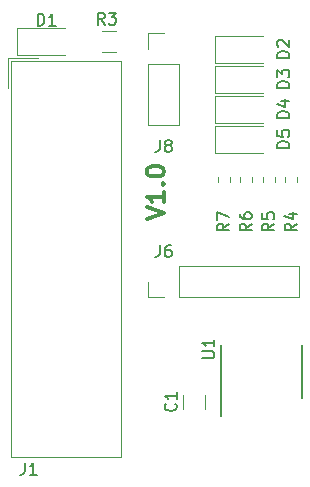
<source format=gto>
G04 #@! TF.GenerationSoftware,KiCad,Pcbnew,(5.0.0)*
G04 #@! TF.CreationDate,2018-08-08T21:20:56+01:00*
G04 #@! TF.ProjectId,armm0,61726D6D302E6B696361645F70636200,rev?*
G04 #@! TF.SameCoordinates,Original*
G04 #@! TF.FileFunction,Legend,Top*
G04 #@! TF.FilePolarity,Positive*
%FSLAX46Y46*%
G04 Gerber Fmt 4.6, Leading zero omitted, Abs format (unit mm)*
G04 Created by KiCad (PCBNEW (5.0.0)) date 08/08/18 21:20:56*
%MOMM*%
%LPD*%
G01*
G04 APERTURE LIST*
%ADD10C,0.300000*%
%ADD11C,0.120000*%
%ADD12C,0.150000*%
%ADD13R,1.727200X1.727200*%
%ADD14O,1.727200X1.727200*%
%ADD15C,0.100000*%
%ADD16C,0.950000*%
%ADD17R,1.700000X1.700000*%
%ADD18O,1.700000X1.700000*%
%ADD19C,1.425000*%
%ADD20R,0.450000X1.450000*%
G04 APERTURE END LIST*
D10*
X86808571Y-54355714D02*
X88308571Y-53855714D01*
X86808571Y-53355714D01*
X88308571Y-52070000D02*
X88308571Y-52927142D01*
X88308571Y-52498571D02*
X86808571Y-52498571D01*
X87022857Y-52641428D01*
X87165714Y-52784285D01*
X87237142Y-52927142D01*
X88165714Y-51427142D02*
X88237142Y-51355714D01*
X88308571Y-51427142D01*
X88237142Y-51498571D01*
X88165714Y-51427142D01*
X88308571Y-51427142D01*
X86808571Y-50427142D02*
X86808571Y-50284285D01*
X86880000Y-50141428D01*
X86951428Y-50070000D01*
X87094285Y-49998571D01*
X87380000Y-49927142D01*
X87737142Y-49927142D01*
X88022857Y-49998571D01*
X88165714Y-50070000D01*
X88237142Y-50141428D01*
X88308571Y-50284285D01*
X88308571Y-50427142D01*
X88237142Y-50570000D01*
X88165714Y-50641428D01*
X88022857Y-50712857D01*
X87737142Y-50784285D01*
X87380000Y-50784285D01*
X87094285Y-50712857D01*
X86951428Y-50641428D01*
X86880000Y-50570000D01*
X86808571Y-50427142D01*
D11*
G04 #@! TO.C,J1*
X84685000Y-41005000D02*
X84685000Y-74565000D01*
X84685000Y-74565000D02*
X75335000Y-74565000D01*
X75335000Y-74565000D02*
X75335000Y-41005000D01*
X75335000Y-41005000D02*
X84685000Y-41005000D01*
X75085000Y-40755000D02*
X75085000Y-43295000D01*
X75085000Y-40755000D02*
X77625000Y-40755000D01*
G04 #@! TO.C,R6*
X95760000Y-51211267D02*
X95760000Y-50868733D01*
X94740000Y-51211267D02*
X94740000Y-50868733D01*
G04 #@! TO.C,R5*
X96645000Y-51211267D02*
X96645000Y-50868733D01*
X97665000Y-51211267D02*
X97665000Y-50868733D01*
G04 #@! TO.C,R4*
X99570000Y-51211267D02*
X99570000Y-50868733D01*
X98550000Y-51211267D02*
X98550000Y-50868733D01*
G04 #@! TO.C,R7*
X92835000Y-51211267D02*
X92835000Y-50868733D01*
X93855000Y-51211267D02*
X93855000Y-50868733D01*
G04 #@! TO.C,J8*
X86935000Y-46415000D02*
X89595000Y-46415000D01*
X86935000Y-41275000D02*
X86935000Y-46415000D01*
X89595000Y-41275000D02*
X89595000Y-46415000D01*
X86935000Y-41275000D02*
X89595000Y-41275000D01*
X86935000Y-40005000D02*
X86935000Y-38675000D01*
X86935000Y-38675000D02*
X88265000Y-38675000D01*
G04 #@! TO.C,D2*
X96632500Y-38870000D02*
X92572500Y-38870000D01*
X92572500Y-38870000D02*
X92572500Y-41140000D01*
X92572500Y-41140000D02*
X96632500Y-41140000D01*
G04 #@! TO.C,D1*
X75862500Y-40505000D02*
X79922500Y-40505000D01*
X75862500Y-38235000D02*
X75862500Y-40505000D01*
X79922500Y-38235000D02*
X75862500Y-38235000D01*
G04 #@! TO.C,D3*
X96632500Y-41410000D02*
X92572500Y-41410000D01*
X92572500Y-41410000D02*
X92572500Y-43680000D01*
X92572500Y-43680000D02*
X96632500Y-43680000D01*
G04 #@! TO.C,D5*
X96632500Y-46490000D02*
X92572500Y-46490000D01*
X92572500Y-46490000D02*
X92572500Y-48760000D01*
X92572500Y-48760000D02*
X96632500Y-48760000D01*
G04 #@! TO.C,D4*
X96632500Y-43950000D02*
X92572500Y-43950000D01*
X92572500Y-43950000D02*
X92572500Y-46220000D01*
X92572500Y-46220000D02*
X96632500Y-46220000D01*
G04 #@! TO.C,R3*
X84204564Y-38460000D02*
X83000436Y-38460000D01*
X84204564Y-40280000D02*
X83000436Y-40280000D01*
G04 #@! TO.C,J6*
X99755000Y-61020000D02*
X99755000Y-58360000D01*
X89535000Y-61020000D02*
X99755000Y-61020000D01*
X89535000Y-58360000D02*
X99755000Y-58360000D01*
X89535000Y-61020000D02*
X89535000Y-58360000D01*
X88265000Y-61020000D02*
X86935000Y-61020000D01*
X86935000Y-61020000D02*
X86935000Y-59690000D01*
G04 #@! TO.C,C1*
X89895000Y-69247936D02*
X89895000Y-70452064D01*
X91715000Y-69247936D02*
X91715000Y-70452064D01*
D12*
G04 #@! TO.C,U1*
X93070000Y-71060000D02*
X93070000Y-65085000D01*
X99970000Y-69535000D02*
X99970000Y-65085000D01*
G04 #@! TO.C,J1*
X76501666Y-75017380D02*
X76501666Y-75731666D01*
X76454047Y-75874523D01*
X76358809Y-75969761D01*
X76215952Y-76017380D01*
X76120714Y-76017380D01*
X77501666Y-76017380D02*
X76930238Y-76017380D01*
X77215952Y-76017380D02*
X77215952Y-75017380D01*
X77120714Y-75160238D01*
X77025476Y-75255476D01*
X76930238Y-75303095D01*
G04 #@! TO.C,R6*
X95702380Y-54776666D02*
X95226190Y-55110000D01*
X95702380Y-55348095D02*
X94702380Y-55348095D01*
X94702380Y-54967142D01*
X94750000Y-54871904D01*
X94797619Y-54824285D01*
X94892857Y-54776666D01*
X95035714Y-54776666D01*
X95130952Y-54824285D01*
X95178571Y-54871904D01*
X95226190Y-54967142D01*
X95226190Y-55348095D01*
X94702380Y-53919523D02*
X94702380Y-54110000D01*
X94750000Y-54205238D01*
X94797619Y-54252857D01*
X94940476Y-54348095D01*
X95130952Y-54395714D01*
X95511904Y-54395714D01*
X95607142Y-54348095D01*
X95654761Y-54300476D01*
X95702380Y-54205238D01*
X95702380Y-54014761D01*
X95654761Y-53919523D01*
X95607142Y-53871904D01*
X95511904Y-53824285D01*
X95273809Y-53824285D01*
X95178571Y-53871904D01*
X95130952Y-53919523D01*
X95083333Y-54014761D01*
X95083333Y-54205238D01*
X95130952Y-54300476D01*
X95178571Y-54348095D01*
X95273809Y-54395714D01*
G04 #@! TO.C,R5*
X97607380Y-54776666D02*
X97131190Y-55110000D01*
X97607380Y-55348095D02*
X96607380Y-55348095D01*
X96607380Y-54967142D01*
X96655000Y-54871904D01*
X96702619Y-54824285D01*
X96797857Y-54776666D01*
X96940714Y-54776666D01*
X97035952Y-54824285D01*
X97083571Y-54871904D01*
X97131190Y-54967142D01*
X97131190Y-55348095D01*
X96607380Y-53871904D02*
X96607380Y-54348095D01*
X97083571Y-54395714D01*
X97035952Y-54348095D01*
X96988333Y-54252857D01*
X96988333Y-54014761D01*
X97035952Y-53919523D01*
X97083571Y-53871904D01*
X97178809Y-53824285D01*
X97416904Y-53824285D01*
X97512142Y-53871904D01*
X97559761Y-53919523D01*
X97607380Y-54014761D01*
X97607380Y-54252857D01*
X97559761Y-54348095D01*
X97512142Y-54395714D01*
G04 #@! TO.C,R4*
X99512380Y-54776666D02*
X99036190Y-55110000D01*
X99512380Y-55348095D02*
X98512380Y-55348095D01*
X98512380Y-54967142D01*
X98560000Y-54871904D01*
X98607619Y-54824285D01*
X98702857Y-54776666D01*
X98845714Y-54776666D01*
X98940952Y-54824285D01*
X98988571Y-54871904D01*
X99036190Y-54967142D01*
X99036190Y-55348095D01*
X98845714Y-53919523D02*
X99512380Y-53919523D01*
X98464761Y-54157619D02*
X99179047Y-54395714D01*
X99179047Y-53776666D01*
G04 #@! TO.C,R7*
X93797380Y-54776666D02*
X93321190Y-55110000D01*
X93797380Y-55348095D02*
X92797380Y-55348095D01*
X92797380Y-54967142D01*
X92845000Y-54871904D01*
X92892619Y-54824285D01*
X92987857Y-54776666D01*
X93130714Y-54776666D01*
X93225952Y-54824285D01*
X93273571Y-54871904D01*
X93321190Y-54967142D01*
X93321190Y-55348095D01*
X92797380Y-54443333D02*
X92797380Y-53776666D01*
X93797380Y-54205238D01*
G04 #@! TO.C,J8*
X87931666Y-47712380D02*
X87931666Y-48426666D01*
X87884047Y-48569523D01*
X87788809Y-48664761D01*
X87645952Y-48712380D01*
X87550714Y-48712380D01*
X88550714Y-48140952D02*
X88455476Y-48093333D01*
X88407857Y-48045714D01*
X88360238Y-47950476D01*
X88360238Y-47902857D01*
X88407857Y-47807619D01*
X88455476Y-47760000D01*
X88550714Y-47712380D01*
X88741190Y-47712380D01*
X88836428Y-47760000D01*
X88884047Y-47807619D01*
X88931666Y-47902857D01*
X88931666Y-47950476D01*
X88884047Y-48045714D01*
X88836428Y-48093333D01*
X88741190Y-48140952D01*
X88550714Y-48140952D01*
X88455476Y-48188571D01*
X88407857Y-48236190D01*
X88360238Y-48331428D01*
X88360238Y-48521904D01*
X88407857Y-48617142D01*
X88455476Y-48664761D01*
X88550714Y-48712380D01*
X88741190Y-48712380D01*
X88836428Y-48664761D01*
X88884047Y-48617142D01*
X88931666Y-48521904D01*
X88931666Y-48331428D01*
X88884047Y-48236190D01*
X88836428Y-48188571D01*
X88741190Y-48140952D01*
G04 #@! TO.C,D2*
X98877380Y-40743095D02*
X97877380Y-40743095D01*
X97877380Y-40505000D01*
X97925000Y-40362142D01*
X98020238Y-40266904D01*
X98115476Y-40219285D01*
X98305952Y-40171666D01*
X98448809Y-40171666D01*
X98639285Y-40219285D01*
X98734523Y-40266904D01*
X98829761Y-40362142D01*
X98877380Y-40505000D01*
X98877380Y-40743095D01*
X97972619Y-39790714D02*
X97925000Y-39743095D01*
X97877380Y-39647857D01*
X97877380Y-39409761D01*
X97925000Y-39314523D01*
X97972619Y-39266904D01*
X98067857Y-39219285D01*
X98163095Y-39219285D01*
X98305952Y-39266904D01*
X98877380Y-39838333D01*
X98877380Y-39219285D01*
G04 #@! TO.C,D1*
X77584404Y-38002380D02*
X77584404Y-37002380D01*
X77822500Y-37002380D01*
X77965357Y-37050000D01*
X78060595Y-37145238D01*
X78108214Y-37240476D01*
X78155833Y-37430952D01*
X78155833Y-37573809D01*
X78108214Y-37764285D01*
X78060595Y-37859523D01*
X77965357Y-37954761D01*
X77822500Y-38002380D01*
X77584404Y-38002380D01*
X79108214Y-38002380D02*
X78536785Y-38002380D01*
X78822500Y-38002380D02*
X78822500Y-37002380D01*
X78727261Y-37145238D01*
X78632023Y-37240476D01*
X78536785Y-37288095D01*
G04 #@! TO.C,D3*
X98877380Y-43283095D02*
X97877380Y-43283095D01*
X97877380Y-43045000D01*
X97925000Y-42902142D01*
X98020238Y-42806904D01*
X98115476Y-42759285D01*
X98305952Y-42711666D01*
X98448809Y-42711666D01*
X98639285Y-42759285D01*
X98734523Y-42806904D01*
X98829761Y-42902142D01*
X98877380Y-43045000D01*
X98877380Y-43283095D01*
X97877380Y-42378333D02*
X97877380Y-41759285D01*
X98258333Y-42092619D01*
X98258333Y-41949761D01*
X98305952Y-41854523D01*
X98353571Y-41806904D01*
X98448809Y-41759285D01*
X98686904Y-41759285D01*
X98782142Y-41806904D01*
X98829761Y-41854523D01*
X98877380Y-41949761D01*
X98877380Y-42235476D01*
X98829761Y-42330714D01*
X98782142Y-42378333D01*
G04 #@! TO.C,D5*
X98877380Y-48363095D02*
X97877380Y-48363095D01*
X97877380Y-48125000D01*
X97925000Y-47982142D01*
X98020238Y-47886904D01*
X98115476Y-47839285D01*
X98305952Y-47791666D01*
X98448809Y-47791666D01*
X98639285Y-47839285D01*
X98734523Y-47886904D01*
X98829761Y-47982142D01*
X98877380Y-48125000D01*
X98877380Y-48363095D01*
X97877380Y-46886904D02*
X97877380Y-47363095D01*
X98353571Y-47410714D01*
X98305952Y-47363095D01*
X98258333Y-47267857D01*
X98258333Y-47029761D01*
X98305952Y-46934523D01*
X98353571Y-46886904D01*
X98448809Y-46839285D01*
X98686904Y-46839285D01*
X98782142Y-46886904D01*
X98829761Y-46934523D01*
X98877380Y-47029761D01*
X98877380Y-47267857D01*
X98829761Y-47363095D01*
X98782142Y-47410714D01*
G04 #@! TO.C,D4*
X98877380Y-45823095D02*
X97877380Y-45823095D01*
X97877380Y-45585000D01*
X97925000Y-45442142D01*
X98020238Y-45346904D01*
X98115476Y-45299285D01*
X98305952Y-45251666D01*
X98448809Y-45251666D01*
X98639285Y-45299285D01*
X98734523Y-45346904D01*
X98829761Y-45442142D01*
X98877380Y-45585000D01*
X98877380Y-45823095D01*
X98210714Y-44394523D02*
X98877380Y-44394523D01*
X97829761Y-44632619D02*
X98544047Y-44870714D01*
X98544047Y-44251666D01*
G04 #@! TO.C,R3*
X83255834Y-37917380D02*
X82922501Y-37441190D01*
X82684405Y-37917380D02*
X82684405Y-36917380D01*
X83065358Y-36917380D01*
X83160596Y-36965000D01*
X83208215Y-37012619D01*
X83255834Y-37107857D01*
X83255834Y-37250714D01*
X83208215Y-37345952D01*
X83160596Y-37393571D01*
X83065358Y-37441190D01*
X82684405Y-37441190D01*
X83589167Y-36917380D02*
X84208215Y-36917380D01*
X83874881Y-37298333D01*
X84017739Y-37298333D01*
X84112977Y-37345952D01*
X84160596Y-37393571D01*
X84208215Y-37488809D01*
X84208215Y-37726904D01*
X84160596Y-37822142D01*
X84112977Y-37869761D01*
X84017739Y-37917380D01*
X83732024Y-37917380D01*
X83636786Y-37869761D01*
X83589167Y-37822142D01*
G04 #@! TO.C,J6*
X87931666Y-56602380D02*
X87931666Y-57316666D01*
X87884047Y-57459523D01*
X87788809Y-57554761D01*
X87645952Y-57602380D01*
X87550714Y-57602380D01*
X88836428Y-56602380D02*
X88645952Y-56602380D01*
X88550714Y-56650000D01*
X88503095Y-56697619D01*
X88407857Y-56840476D01*
X88360238Y-57030952D01*
X88360238Y-57411904D01*
X88407857Y-57507142D01*
X88455476Y-57554761D01*
X88550714Y-57602380D01*
X88741190Y-57602380D01*
X88836428Y-57554761D01*
X88884047Y-57507142D01*
X88931666Y-57411904D01*
X88931666Y-57173809D01*
X88884047Y-57078571D01*
X88836428Y-57030952D01*
X88741190Y-56983333D01*
X88550714Y-56983333D01*
X88455476Y-57030952D01*
X88407857Y-57078571D01*
X88360238Y-57173809D01*
G04 #@! TO.C,C1*
X89257142Y-70016666D02*
X89304761Y-70064285D01*
X89352380Y-70207142D01*
X89352380Y-70302380D01*
X89304761Y-70445238D01*
X89209523Y-70540476D01*
X89114285Y-70588095D01*
X88923809Y-70635714D01*
X88780952Y-70635714D01*
X88590476Y-70588095D01*
X88495238Y-70540476D01*
X88400000Y-70445238D01*
X88352380Y-70302380D01*
X88352380Y-70207142D01*
X88400000Y-70064285D01*
X88447619Y-70016666D01*
X89352380Y-69064285D02*
X89352380Y-69635714D01*
X89352380Y-69350000D02*
X88352380Y-69350000D01*
X88495238Y-69445238D01*
X88590476Y-69540476D01*
X88638095Y-69635714D01*
G04 #@! TO.C,U1*
X91527380Y-66166904D02*
X92336904Y-66166904D01*
X92432142Y-66119285D01*
X92479761Y-66071666D01*
X92527380Y-65976428D01*
X92527380Y-65785952D01*
X92479761Y-65690714D01*
X92432142Y-65643095D01*
X92336904Y-65595476D01*
X91527380Y-65595476D01*
X92527380Y-64595476D02*
X92527380Y-65166904D01*
X92527380Y-64881190D02*
X91527380Y-64881190D01*
X91670238Y-64976428D01*
X91765476Y-65071666D01*
X91813095Y-65166904D01*
G04 #@! TD*
%LPC*%
D13*
G04 #@! TO.C,J1*
X78740000Y-46355000D03*
D14*
X81280000Y-46355000D03*
X78740000Y-48895000D03*
X81280000Y-48895000D03*
X78740000Y-51435000D03*
X81280000Y-51435000D03*
X78740000Y-53975000D03*
X81280000Y-53975000D03*
X78740000Y-56515000D03*
X81280000Y-56515000D03*
X78740000Y-59055000D03*
X81280000Y-59055000D03*
X78740000Y-61595000D03*
X81280000Y-61595000D03*
X78740000Y-64135000D03*
X81280000Y-64135000D03*
X78740000Y-66675000D03*
X81280000Y-66675000D03*
X78740000Y-69215000D03*
X81280000Y-69215000D03*
G04 #@! TD*
D15*
G04 #@! TO.C,R6*
G36*
X95510779Y-49641144D02*
X95533834Y-49644563D01*
X95556443Y-49650227D01*
X95578387Y-49658079D01*
X95599457Y-49668044D01*
X95619448Y-49680026D01*
X95638168Y-49693910D01*
X95655438Y-49709562D01*
X95671090Y-49726832D01*
X95684974Y-49745552D01*
X95696956Y-49765543D01*
X95706921Y-49786613D01*
X95714773Y-49808557D01*
X95720437Y-49831166D01*
X95723856Y-49854221D01*
X95725000Y-49877500D01*
X95725000Y-50452500D01*
X95723856Y-50475779D01*
X95720437Y-50498834D01*
X95714773Y-50521443D01*
X95706921Y-50543387D01*
X95696956Y-50564457D01*
X95684974Y-50584448D01*
X95671090Y-50603168D01*
X95655438Y-50620438D01*
X95638168Y-50636090D01*
X95619448Y-50649974D01*
X95599457Y-50661956D01*
X95578387Y-50671921D01*
X95556443Y-50679773D01*
X95533834Y-50685437D01*
X95510779Y-50688856D01*
X95487500Y-50690000D01*
X95012500Y-50690000D01*
X94989221Y-50688856D01*
X94966166Y-50685437D01*
X94943557Y-50679773D01*
X94921613Y-50671921D01*
X94900543Y-50661956D01*
X94880552Y-50649974D01*
X94861832Y-50636090D01*
X94844562Y-50620438D01*
X94828910Y-50603168D01*
X94815026Y-50584448D01*
X94803044Y-50564457D01*
X94793079Y-50543387D01*
X94785227Y-50521443D01*
X94779563Y-50498834D01*
X94776144Y-50475779D01*
X94775000Y-50452500D01*
X94775000Y-49877500D01*
X94776144Y-49854221D01*
X94779563Y-49831166D01*
X94785227Y-49808557D01*
X94793079Y-49786613D01*
X94803044Y-49765543D01*
X94815026Y-49745552D01*
X94828910Y-49726832D01*
X94844562Y-49709562D01*
X94861832Y-49693910D01*
X94880552Y-49680026D01*
X94900543Y-49668044D01*
X94921613Y-49658079D01*
X94943557Y-49650227D01*
X94966166Y-49644563D01*
X94989221Y-49641144D01*
X95012500Y-49640000D01*
X95487500Y-49640000D01*
X95510779Y-49641144D01*
X95510779Y-49641144D01*
G37*
D16*
X95250000Y-50165000D03*
D15*
G36*
X95510779Y-51391144D02*
X95533834Y-51394563D01*
X95556443Y-51400227D01*
X95578387Y-51408079D01*
X95599457Y-51418044D01*
X95619448Y-51430026D01*
X95638168Y-51443910D01*
X95655438Y-51459562D01*
X95671090Y-51476832D01*
X95684974Y-51495552D01*
X95696956Y-51515543D01*
X95706921Y-51536613D01*
X95714773Y-51558557D01*
X95720437Y-51581166D01*
X95723856Y-51604221D01*
X95725000Y-51627500D01*
X95725000Y-52202500D01*
X95723856Y-52225779D01*
X95720437Y-52248834D01*
X95714773Y-52271443D01*
X95706921Y-52293387D01*
X95696956Y-52314457D01*
X95684974Y-52334448D01*
X95671090Y-52353168D01*
X95655438Y-52370438D01*
X95638168Y-52386090D01*
X95619448Y-52399974D01*
X95599457Y-52411956D01*
X95578387Y-52421921D01*
X95556443Y-52429773D01*
X95533834Y-52435437D01*
X95510779Y-52438856D01*
X95487500Y-52440000D01*
X95012500Y-52440000D01*
X94989221Y-52438856D01*
X94966166Y-52435437D01*
X94943557Y-52429773D01*
X94921613Y-52421921D01*
X94900543Y-52411956D01*
X94880552Y-52399974D01*
X94861832Y-52386090D01*
X94844562Y-52370438D01*
X94828910Y-52353168D01*
X94815026Y-52334448D01*
X94803044Y-52314457D01*
X94793079Y-52293387D01*
X94785227Y-52271443D01*
X94779563Y-52248834D01*
X94776144Y-52225779D01*
X94775000Y-52202500D01*
X94775000Y-51627500D01*
X94776144Y-51604221D01*
X94779563Y-51581166D01*
X94785227Y-51558557D01*
X94793079Y-51536613D01*
X94803044Y-51515543D01*
X94815026Y-51495552D01*
X94828910Y-51476832D01*
X94844562Y-51459562D01*
X94861832Y-51443910D01*
X94880552Y-51430026D01*
X94900543Y-51418044D01*
X94921613Y-51408079D01*
X94943557Y-51400227D01*
X94966166Y-51394563D01*
X94989221Y-51391144D01*
X95012500Y-51390000D01*
X95487500Y-51390000D01*
X95510779Y-51391144D01*
X95510779Y-51391144D01*
G37*
D16*
X95250000Y-51915000D03*
G04 #@! TD*
D15*
G04 #@! TO.C,R5*
G36*
X97415779Y-51391144D02*
X97438834Y-51394563D01*
X97461443Y-51400227D01*
X97483387Y-51408079D01*
X97504457Y-51418044D01*
X97524448Y-51430026D01*
X97543168Y-51443910D01*
X97560438Y-51459562D01*
X97576090Y-51476832D01*
X97589974Y-51495552D01*
X97601956Y-51515543D01*
X97611921Y-51536613D01*
X97619773Y-51558557D01*
X97625437Y-51581166D01*
X97628856Y-51604221D01*
X97630000Y-51627500D01*
X97630000Y-52202500D01*
X97628856Y-52225779D01*
X97625437Y-52248834D01*
X97619773Y-52271443D01*
X97611921Y-52293387D01*
X97601956Y-52314457D01*
X97589974Y-52334448D01*
X97576090Y-52353168D01*
X97560438Y-52370438D01*
X97543168Y-52386090D01*
X97524448Y-52399974D01*
X97504457Y-52411956D01*
X97483387Y-52421921D01*
X97461443Y-52429773D01*
X97438834Y-52435437D01*
X97415779Y-52438856D01*
X97392500Y-52440000D01*
X96917500Y-52440000D01*
X96894221Y-52438856D01*
X96871166Y-52435437D01*
X96848557Y-52429773D01*
X96826613Y-52421921D01*
X96805543Y-52411956D01*
X96785552Y-52399974D01*
X96766832Y-52386090D01*
X96749562Y-52370438D01*
X96733910Y-52353168D01*
X96720026Y-52334448D01*
X96708044Y-52314457D01*
X96698079Y-52293387D01*
X96690227Y-52271443D01*
X96684563Y-52248834D01*
X96681144Y-52225779D01*
X96680000Y-52202500D01*
X96680000Y-51627500D01*
X96681144Y-51604221D01*
X96684563Y-51581166D01*
X96690227Y-51558557D01*
X96698079Y-51536613D01*
X96708044Y-51515543D01*
X96720026Y-51495552D01*
X96733910Y-51476832D01*
X96749562Y-51459562D01*
X96766832Y-51443910D01*
X96785552Y-51430026D01*
X96805543Y-51418044D01*
X96826613Y-51408079D01*
X96848557Y-51400227D01*
X96871166Y-51394563D01*
X96894221Y-51391144D01*
X96917500Y-51390000D01*
X97392500Y-51390000D01*
X97415779Y-51391144D01*
X97415779Y-51391144D01*
G37*
D16*
X97155000Y-51915000D03*
D15*
G36*
X97415779Y-49641144D02*
X97438834Y-49644563D01*
X97461443Y-49650227D01*
X97483387Y-49658079D01*
X97504457Y-49668044D01*
X97524448Y-49680026D01*
X97543168Y-49693910D01*
X97560438Y-49709562D01*
X97576090Y-49726832D01*
X97589974Y-49745552D01*
X97601956Y-49765543D01*
X97611921Y-49786613D01*
X97619773Y-49808557D01*
X97625437Y-49831166D01*
X97628856Y-49854221D01*
X97630000Y-49877500D01*
X97630000Y-50452500D01*
X97628856Y-50475779D01*
X97625437Y-50498834D01*
X97619773Y-50521443D01*
X97611921Y-50543387D01*
X97601956Y-50564457D01*
X97589974Y-50584448D01*
X97576090Y-50603168D01*
X97560438Y-50620438D01*
X97543168Y-50636090D01*
X97524448Y-50649974D01*
X97504457Y-50661956D01*
X97483387Y-50671921D01*
X97461443Y-50679773D01*
X97438834Y-50685437D01*
X97415779Y-50688856D01*
X97392500Y-50690000D01*
X96917500Y-50690000D01*
X96894221Y-50688856D01*
X96871166Y-50685437D01*
X96848557Y-50679773D01*
X96826613Y-50671921D01*
X96805543Y-50661956D01*
X96785552Y-50649974D01*
X96766832Y-50636090D01*
X96749562Y-50620438D01*
X96733910Y-50603168D01*
X96720026Y-50584448D01*
X96708044Y-50564457D01*
X96698079Y-50543387D01*
X96690227Y-50521443D01*
X96684563Y-50498834D01*
X96681144Y-50475779D01*
X96680000Y-50452500D01*
X96680000Y-49877500D01*
X96681144Y-49854221D01*
X96684563Y-49831166D01*
X96690227Y-49808557D01*
X96698079Y-49786613D01*
X96708044Y-49765543D01*
X96720026Y-49745552D01*
X96733910Y-49726832D01*
X96749562Y-49709562D01*
X96766832Y-49693910D01*
X96785552Y-49680026D01*
X96805543Y-49668044D01*
X96826613Y-49658079D01*
X96848557Y-49650227D01*
X96871166Y-49644563D01*
X96894221Y-49641144D01*
X96917500Y-49640000D01*
X97392500Y-49640000D01*
X97415779Y-49641144D01*
X97415779Y-49641144D01*
G37*
D16*
X97155000Y-50165000D03*
G04 #@! TD*
D15*
G04 #@! TO.C,R4*
G36*
X99320779Y-49641144D02*
X99343834Y-49644563D01*
X99366443Y-49650227D01*
X99388387Y-49658079D01*
X99409457Y-49668044D01*
X99429448Y-49680026D01*
X99448168Y-49693910D01*
X99465438Y-49709562D01*
X99481090Y-49726832D01*
X99494974Y-49745552D01*
X99506956Y-49765543D01*
X99516921Y-49786613D01*
X99524773Y-49808557D01*
X99530437Y-49831166D01*
X99533856Y-49854221D01*
X99535000Y-49877500D01*
X99535000Y-50452500D01*
X99533856Y-50475779D01*
X99530437Y-50498834D01*
X99524773Y-50521443D01*
X99516921Y-50543387D01*
X99506956Y-50564457D01*
X99494974Y-50584448D01*
X99481090Y-50603168D01*
X99465438Y-50620438D01*
X99448168Y-50636090D01*
X99429448Y-50649974D01*
X99409457Y-50661956D01*
X99388387Y-50671921D01*
X99366443Y-50679773D01*
X99343834Y-50685437D01*
X99320779Y-50688856D01*
X99297500Y-50690000D01*
X98822500Y-50690000D01*
X98799221Y-50688856D01*
X98776166Y-50685437D01*
X98753557Y-50679773D01*
X98731613Y-50671921D01*
X98710543Y-50661956D01*
X98690552Y-50649974D01*
X98671832Y-50636090D01*
X98654562Y-50620438D01*
X98638910Y-50603168D01*
X98625026Y-50584448D01*
X98613044Y-50564457D01*
X98603079Y-50543387D01*
X98595227Y-50521443D01*
X98589563Y-50498834D01*
X98586144Y-50475779D01*
X98585000Y-50452500D01*
X98585000Y-49877500D01*
X98586144Y-49854221D01*
X98589563Y-49831166D01*
X98595227Y-49808557D01*
X98603079Y-49786613D01*
X98613044Y-49765543D01*
X98625026Y-49745552D01*
X98638910Y-49726832D01*
X98654562Y-49709562D01*
X98671832Y-49693910D01*
X98690552Y-49680026D01*
X98710543Y-49668044D01*
X98731613Y-49658079D01*
X98753557Y-49650227D01*
X98776166Y-49644563D01*
X98799221Y-49641144D01*
X98822500Y-49640000D01*
X99297500Y-49640000D01*
X99320779Y-49641144D01*
X99320779Y-49641144D01*
G37*
D16*
X99060000Y-50165000D03*
D15*
G36*
X99320779Y-51391144D02*
X99343834Y-51394563D01*
X99366443Y-51400227D01*
X99388387Y-51408079D01*
X99409457Y-51418044D01*
X99429448Y-51430026D01*
X99448168Y-51443910D01*
X99465438Y-51459562D01*
X99481090Y-51476832D01*
X99494974Y-51495552D01*
X99506956Y-51515543D01*
X99516921Y-51536613D01*
X99524773Y-51558557D01*
X99530437Y-51581166D01*
X99533856Y-51604221D01*
X99535000Y-51627500D01*
X99535000Y-52202500D01*
X99533856Y-52225779D01*
X99530437Y-52248834D01*
X99524773Y-52271443D01*
X99516921Y-52293387D01*
X99506956Y-52314457D01*
X99494974Y-52334448D01*
X99481090Y-52353168D01*
X99465438Y-52370438D01*
X99448168Y-52386090D01*
X99429448Y-52399974D01*
X99409457Y-52411956D01*
X99388387Y-52421921D01*
X99366443Y-52429773D01*
X99343834Y-52435437D01*
X99320779Y-52438856D01*
X99297500Y-52440000D01*
X98822500Y-52440000D01*
X98799221Y-52438856D01*
X98776166Y-52435437D01*
X98753557Y-52429773D01*
X98731613Y-52421921D01*
X98710543Y-52411956D01*
X98690552Y-52399974D01*
X98671832Y-52386090D01*
X98654562Y-52370438D01*
X98638910Y-52353168D01*
X98625026Y-52334448D01*
X98613044Y-52314457D01*
X98603079Y-52293387D01*
X98595227Y-52271443D01*
X98589563Y-52248834D01*
X98586144Y-52225779D01*
X98585000Y-52202500D01*
X98585000Y-51627500D01*
X98586144Y-51604221D01*
X98589563Y-51581166D01*
X98595227Y-51558557D01*
X98603079Y-51536613D01*
X98613044Y-51515543D01*
X98625026Y-51495552D01*
X98638910Y-51476832D01*
X98654562Y-51459562D01*
X98671832Y-51443910D01*
X98690552Y-51430026D01*
X98710543Y-51418044D01*
X98731613Y-51408079D01*
X98753557Y-51400227D01*
X98776166Y-51394563D01*
X98799221Y-51391144D01*
X98822500Y-51390000D01*
X99297500Y-51390000D01*
X99320779Y-51391144D01*
X99320779Y-51391144D01*
G37*
D16*
X99060000Y-51915000D03*
G04 #@! TD*
D15*
G04 #@! TO.C,R7*
G36*
X93605779Y-51391144D02*
X93628834Y-51394563D01*
X93651443Y-51400227D01*
X93673387Y-51408079D01*
X93694457Y-51418044D01*
X93714448Y-51430026D01*
X93733168Y-51443910D01*
X93750438Y-51459562D01*
X93766090Y-51476832D01*
X93779974Y-51495552D01*
X93791956Y-51515543D01*
X93801921Y-51536613D01*
X93809773Y-51558557D01*
X93815437Y-51581166D01*
X93818856Y-51604221D01*
X93820000Y-51627500D01*
X93820000Y-52202500D01*
X93818856Y-52225779D01*
X93815437Y-52248834D01*
X93809773Y-52271443D01*
X93801921Y-52293387D01*
X93791956Y-52314457D01*
X93779974Y-52334448D01*
X93766090Y-52353168D01*
X93750438Y-52370438D01*
X93733168Y-52386090D01*
X93714448Y-52399974D01*
X93694457Y-52411956D01*
X93673387Y-52421921D01*
X93651443Y-52429773D01*
X93628834Y-52435437D01*
X93605779Y-52438856D01*
X93582500Y-52440000D01*
X93107500Y-52440000D01*
X93084221Y-52438856D01*
X93061166Y-52435437D01*
X93038557Y-52429773D01*
X93016613Y-52421921D01*
X92995543Y-52411956D01*
X92975552Y-52399974D01*
X92956832Y-52386090D01*
X92939562Y-52370438D01*
X92923910Y-52353168D01*
X92910026Y-52334448D01*
X92898044Y-52314457D01*
X92888079Y-52293387D01*
X92880227Y-52271443D01*
X92874563Y-52248834D01*
X92871144Y-52225779D01*
X92870000Y-52202500D01*
X92870000Y-51627500D01*
X92871144Y-51604221D01*
X92874563Y-51581166D01*
X92880227Y-51558557D01*
X92888079Y-51536613D01*
X92898044Y-51515543D01*
X92910026Y-51495552D01*
X92923910Y-51476832D01*
X92939562Y-51459562D01*
X92956832Y-51443910D01*
X92975552Y-51430026D01*
X92995543Y-51418044D01*
X93016613Y-51408079D01*
X93038557Y-51400227D01*
X93061166Y-51394563D01*
X93084221Y-51391144D01*
X93107500Y-51390000D01*
X93582500Y-51390000D01*
X93605779Y-51391144D01*
X93605779Y-51391144D01*
G37*
D16*
X93345000Y-51915000D03*
D15*
G36*
X93605779Y-49641144D02*
X93628834Y-49644563D01*
X93651443Y-49650227D01*
X93673387Y-49658079D01*
X93694457Y-49668044D01*
X93714448Y-49680026D01*
X93733168Y-49693910D01*
X93750438Y-49709562D01*
X93766090Y-49726832D01*
X93779974Y-49745552D01*
X93791956Y-49765543D01*
X93801921Y-49786613D01*
X93809773Y-49808557D01*
X93815437Y-49831166D01*
X93818856Y-49854221D01*
X93820000Y-49877500D01*
X93820000Y-50452500D01*
X93818856Y-50475779D01*
X93815437Y-50498834D01*
X93809773Y-50521443D01*
X93801921Y-50543387D01*
X93791956Y-50564457D01*
X93779974Y-50584448D01*
X93766090Y-50603168D01*
X93750438Y-50620438D01*
X93733168Y-50636090D01*
X93714448Y-50649974D01*
X93694457Y-50661956D01*
X93673387Y-50671921D01*
X93651443Y-50679773D01*
X93628834Y-50685437D01*
X93605779Y-50688856D01*
X93582500Y-50690000D01*
X93107500Y-50690000D01*
X93084221Y-50688856D01*
X93061166Y-50685437D01*
X93038557Y-50679773D01*
X93016613Y-50671921D01*
X92995543Y-50661956D01*
X92975552Y-50649974D01*
X92956832Y-50636090D01*
X92939562Y-50620438D01*
X92923910Y-50603168D01*
X92910026Y-50584448D01*
X92898044Y-50564457D01*
X92888079Y-50543387D01*
X92880227Y-50521443D01*
X92874563Y-50498834D01*
X92871144Y-50475779D01*
X92870000Y-50452500D01*
X92870000Y-49877500D01*
X92871144Y-49854221D01*
X92874563Y-49831166D01*
X92880227Y-49808557D01*
X92888079Y-49786613D01*
X92898044Y-49765543D01*
X92910026Y-49745552D01*
X92923910Y-49726832D01*
X92939562Y-49709562D01*
X92956832Y-49693910D01*
X92975552Y-49680026D01*
X92995543Y-49668044D01*
X93016613Y-49658079D01*
X93038557Y-49650227D01*
X93061166Y-49644563D01*
X93084221Y-49641144D01*
X93107500Y-49640000D01*
X93582500Y-49640000D01*
X93605779Y-49641144D01*
X93605779Y-49641144D01*
G37*
D16*
X93345000Y-50165000D03*
G04 #@! TD*
D17*
G04 #@! TO.C,J8*
X88265000Y-40005000D03*
D18*
X88265000Y-42545000D03*
X88265000Y-45085000D03*
G04 #@! TD*
D15*
G04 #@! TO.C,D2*
G36*
X94032004Y-39131204D02*
X94056273Y-39134804D01*
X94080071Y-39140765D01*
X94103171Y-39149030D01*
X94125349Y-39159520D01*
X94146393Y-39172133D01*
X94166098Y-39186747D01*
X94184277Y-39203223D01*
X94200753Y-39221402D01*
X94215367Y-39241107D01*
X94227980Y-39262151D01*
X94238470Y-39284329D01*
X94246735Y-39307429D01*
X94252696Y-39331227D01*
X94256296Y-39355496D01*
X94257500Y-39380000D01*
X94257500Y-40630000D01*
X94256296Y-40654504D01*
X94252696Y-40678773D01*
X94246735Y-40702571D01*
X94238470Y-40725671D01*
X94227980Y-40747849D01*
X94215367Y-40768893D01*
X94200753Y-40788598D01*
X94184277Y-40806777D01*
X94166098Y-40823253D01*
X94146393Y-40837867D01*
X94125349Y-40850480D01*
X94103171Y-40860970D01*
X94080071Y-40869235D01*
X94056273Y-40875196D01*
X94032004Y-40878796D01*
X94007500Y-40880000D01*
X93082500Y-40880000D01*
X93057996Y-40878796D01*
X93033727Y-40875196D01*
X93009929Y-40869235D01*
X92986829Y-40860970D01*
X92964651Y-40850480D01*
X92943607Y-40837867D01*
X92923902Y-40823253D01*
X92905723Y-40806777D01*
X92889247Y-40788598D01*
X92874633Y-40768893D01*
X92862020Y-40747849D01*
X92851530Y-40725671D01*
X92843265Y-40702571D01*
X92837304Y-40678773D01*
X92833704Y-40654504D01*
X92832500Y-40630000D01*
X92832500Y-39380000D01*
X92833704Y-39355496D01*
X92837304Y-39331227D01*
X92843265Y-39307429D01*
X92851530Y-39284329D01*
X92862020Y-39262151D01*
X92874633Y-39241107D01*
X92889247Y-39221402D01*
X92905723Y-39203223D01*
X92923902Y-39186747D01*
X92943607Y-39172133D01*
X92964651Y-39159520D01*
X92986829Y-39149030D01*
X93009929Y-39140765D01*
X93033727Y-39134804D01*
X93057996Y-39131204D01*
X93082500Y-39130000D01*
X94007500Y-39130000D01*
X94032004Y-39131204D01*
X94032004Y-39131204D01*
G37*
D19*
X93545000Y-40005000D03*
D15*
G36*
X97007004Y-39131204D02*
X97031273Y-39134804D01*
X97055071Y-39140765D01*
X97078171Y-39149030D01*
X97100349Y-39159520D01*
X97121393Y-39172133D01*
X97141098Y-39186747D01*
X97159277Y-39203223D01*
X97175753Y-39221402D01*
X97190367Y-39241107D01*
X97202980Y-39262151D01*
X97213470Y-39284329D01*
X97221735Y-39307429D01*
X97227696Y-39331227D01*
X97231296Y-39355496D01*
X97232500Y-39380000D01*
X97232500Y-40630000D01*
X97231296Y-40654504D01*
X97227696Y-40678773D01*
X97221735Y-40702571D01*
X97213470Y-40725671D01*
X97202980Y-40747849D01*
X97190367Y-40768893D01*
X97175753Y-40788598D01*
X97159277Y-40806777D01*
X97141098Y-40823253D01*
X97121393Y-40837867D01*
X97100349Y-40850480D01*
X97078171Y-40860970D01*
X97055071Y-40869235D01*
X97031273Y-40875196D01*
X97007004Y-40878796D01*
X96982500Y-40880000D01*
X96057500Y-40880000D01*
X96032996Y-40878796D01*
X96008727Y-40875196D01*
X95984929Y-40869235D01*
X95961829Y-40860970D01*
X95939651Y-40850480D01*
X95918607Y-40837867D01*
X95898902Y-40823253D01*
X95880723Y-40806777D01*
X95864247Y-40788598D01*
X95849633Y-40768893D01*
X95837020Y-40747849D01*
X95826530Y-40725671D01*
X95818265Y-40702571D01*
X95812304Y-40678773D01*
X95808704Y-40654504D01*
X95807500Y-40630000D01*
X95807500Y-39380000D01*
X95808704Y-39355496D01*
X95812304Y-39331227D01*
X95818265Y-39307429D01*
X95826530Y-39284329D01*
X95837020Y-39262151D01*
X95849633Y-39241107D01*
X95864247Y-39221402D01*
X95880723Y-39203223D01*
X95898902Y-39186747D01*
X95918607Y-39172133D01*
X95939651Y-39159520D01*
X95961829Y-39149030D01*
X95984929Y-39140765D01*
X96008727Y-39134804D01*
X96032996Y-39131204D01*
X96057500Y-39130000D01*
X96982500Y-39130000D01*
X97007004Y-39131204D01*
X97007004Y-39131204D01*
G37*
D19*
X96520000Y-40005000D03*
G04 #@! TD*
D15*
G04 #@! TO.C,D1*
G36*
X80297004Y-38496204D02*
X80321273Y-38499804D01*
X80345071Y-38505765D01*
X80368171Y-38514030D01*
X80390349Y-38524520D01*
X80411393Y-38537133D01*
X80431098Y-38551747D01*
X80449277Y-38568223D01*
X80465753Y-38586402D01*
X80480367Y-38606107D01*
X80492980Y-38627151D01*
X80503470Y-38649329D01*
X80511735Y-38672429D01*
X80517696Y-38696227D01*
X80521296Y-38720496D01*
X80522500Y-38745000D01*
X80522500Y-39995000D01*
X80521296Y-40019504D01*
X80517696Y-40043773D01*
X80511735Y-40067571D01*
X80503470Y-40090671D01*
X80492980Y-40112849D01*
X80480367Y-40133893D01*
X80465753Y-40153598D01*
X80449277Y-40171777D01*
X80431098Y-40188253D01*
X80411393Y-40202867D01*
X80390349Y-40215480D01*
X80368171Y-40225970D01*
X80345071Y-40234235D01*
X80321273Y-40240196D01*
X80297004Y-40243796D01*
X80272500Y-40245000D01*
X79347500Y-40245000D01*
X79322996Y-40243796D01*
X79298727Y-40240196D01*
X79274929Y-40234235D01*
X79251829Y-40225970D01*
X79229651Y-40215480D01*
X79208607Y-40202867D01*
X79188902Y-40188253D01*
X79170723Y-40171777D01*
X79154247Y-40153598D01*
X79139633Y-40133893D01*
X79127020Y-40112849D01*
X79116530Y-40090671D01*
X79108265Y-40067571D01*
X79102304Y-40043773D01*
X79098704Y-40019504D01*
X79097500Y-39995000D01*
X79097500Y-38745000D01*
X79098704Y-38720496D01*
X79102304Y-38696227D01*
X79108265Y-38672429D01*
X79116530Y-38649329D01*
X79127020Y-38627151D01*
X79139633Y-38606107D01*
X79154247Y-38586402D01*
X79170723Y-38568223D01*
X79188902Y-38551747D01*
X79208607Y-38537133D01*
X79229651Y-38524520D01*
X79251829Y-38514030D01*
X79274929Y-38505765D01*
X79298727Y-38499804D01*
X79322996Y-38496204D01*
X79347500Y-38495000D01*
X80272500Y-38495000D01*
X80297004Y-38496204D01*
X80297004Y-38496204D01*
G37*
D19*
X79810000Y-39370000D03*
D15*
G36*
X77322004Y-38496204D02*
X77346273Y-38499804D01*
X77370071Y-38505765D01*
X77393171Y-38514030D01*
X77415349Y-38524520D01*
X77436393Y-38537133D01*
X77456098Y-38551747D01*
X77474277Y-38568223D01*
X77490753Y-38586402D01*
X77505367Y-38606107D01*
X77517980Y-38627151D01*
X77528470Y-38649329D01*
X77536735Y-38672429D01*
X77542696Y-38696227D01*
X77546296Y-38720496D01*
X77547500Y-38745000D01*
X77547500Y-39995000D01*
X77546296Y-40019504D01*
X77542696Y-40043773D01*
X77536735Y-40067571D01*
X77528470Y-40090671D01*
X77517980Y-40112849D01*
X77505367Y-40133893D01*
X77490753Y-40153598D01*
X77474277Y-40171777D01*
X77456098Y-40188253D01*
X77436393Y-40202867D01*
X77415349Y-40215480D01*
X77393171Y-40225970D01*
X77370071Y-40234235D01*
X77346273Y-40240196D01*
X77322004Y-40243796D01*
X77297500Y-40245000D01*
X76372500Y-40245000D01*
X76347996Y-40243796D01*
X76323727Y-40240196D01*
X76299929Y-40234235D01*
X76276829Y-40225970D01*
X76254651Y-40215480D01*
X76233607Y-40202867D01*
X76213902Y-40188253D01*
X76195723Y-40171777D01*
X76179247Y-40153598D01*
X76164633Y-40133893D01*
X76152020Y-40112849D01*
X76141530Y-40090671D01*
X76133265Y-40067571D01*
X76127304Y-40043773D01*
X76123704Y-40019504D01*
X76122500Y-39995000D01*
X76122500Y-38745000D01*
X76123704Y-38720496D01*
X76127304Y-38696227D01*
X76133265Y-38672429D01*
X76141530Y-38649329D01*
X76152020Y-38627151D01*
X76164633Y-38606107D01*
X76179247Y-38586402D01*
X76195723Y-38568223D01*
X76213902Y-38551747D01*
X76233607Y-38537133D01*
X76254651Y-38524520D01*
X76276829Y-38514030D01*
X76299929Y-38505765D01*
X76323727Y-38499804D01*
X76347996Y-38496204D01*
X76372500Y-38495000D01*
X77297500Y-38495000D01*
X77322004Y-38496204D01*
X77322004Y-38496204D01*
G37*
D19*
X76835000Y-39370000D03*
G04 #@! TD*
D15*
G04 #@! TO.C,D3*
G36*
X94032004Y-41671204D02*
X94056273Y-41674804D01*
X94080071Y-41680765D01*
X94103171Y-41689030D01*
X94125349Y-41699520D01*
X94146393Y-41712133D01*
X94166098Y-41726747D01*
X94184277Y-41743223D01*
X94200753Y-41761402D01*
X94215367Y-41781107D01*
X94227980Y-41802151D01*
X94238470Y-41824329D01*
X94246735Y-41847429D01*
X94252696Y-41871227D01*
X94256296Y-41895496D01*
X94257500Y-41920000D01*
X94257500Y-43170000D01*
X94256296Y-43194504D01*
X94252696Y-43218773D01*
X94246735Y-43242571D01*
X94238470Y-43265671D01*
X94227980Y-43287849D01*
X94215367Y-43308893D01*
X94200753Y-43328598D01*
X94184277Y-43346777D01*
X94166098Y-43363253D01*
X94146393Y-43377867D01*
X94125349Y-43390480D01*
X94103171Y-43400970D01*
X94080071Y-43409235D01*
X94056273Y-43415196D01*
X94032004Y-43418796D01*
X94007500Y-43420000D01*
X93082500Y-43420000D01*
X93057996Y-43418796D01*
X93033727Y-43415196D01*
X93009929Y-43409235D01*
X92986829Y-43400970D01*
X92964651Y-43390480D01*
X92943607Y-43377867D01*
X92923902Y-43363253D01*
X92905723Y-43346777D01*
X92889247Y-43328598D01*
X92874633Y-43308893D01*
X92862020Y-43287849D01*
X92851530Y-43265671D01*
X92843265Y-43242571D01*
X92837304Y-43218773D01*
X92833704Y-43194504D01*
X92832500Y-43170000D01*
X92832500Y-41920000D01*
X92833704Y-41895496D01*
X92837304Y-41871227D01*
X92843265Y-41847429D01*
X92851530Y-41824329D01*
X92862020Y-41802151D01*
X92874633Y-41781107D01*
X92889247Y-41761402D01*
X92905723Y-41743223D01*
X92923902Y-41726747D01*
X92943607Y-41712133D01*
X92964651Y-41699520D01*
X92986829Y-41689030D01*
X93009929Y-41680765D01*
X93033727Y-41674804D01*
X93057996Y-41671204D01*
X93082500Y-41670000D01*
X94007500Y-41670000D01*
X94032004Y-41671204D01*
X94032004Y-41671204D01*
G37*
D19*
X93545000Y-42545000D03*
D15*
G36*
X97007004Y-41671204D02*
X97031273Y-41674804D01*
X97055071Y-41680765D01*
X97078171Y-41689030D01*
X97100349Y-41699520D01*
X97121393Y-41712133D01*
X97141098Y-41726747D01*
X97159277Y-41743223D01*
X97175753Y-41761402D01*
X97190367Y-41781107D01*
X97202980Y-41802151D01*
X97213470Y-41824329D01*
X97221735Y-41847429D01*
X97227696Y-41871227D01*
X97231296Y-41895496D01*
X97232500Y-41920000D01*
X97232500Y-43170000D01*
X97231296Y-43194504D01*
X97227696Y-43218773D01*
X97221735Y-43242571D01*
X97213470Y-43265671D01*
X97202980Y-43287849D01*
X97190367Y-43308893D01*
X97175753Y-43328598D01*
X97159277Y-43346777D01*
X97141098Y-43363253D01*
X97121393Y-43377867D01*
X97100349Y-43390480D01*
X97078171Y-43400970D01*
X97055071Y-43409235D01*
X97031273Y-43415196D01*
X97007004Y-43418796D01*
X96982500Y-43420000D01*
X96057500Y-43420000D01*
X96032996Y-43418796D01*
X96008727Y-43415196D01*
X95984929Y-43409235D01*
X95961829Y-43400970D01*
X95939651Y-43390480D01*
X95918607Y-43377867D01*
X95898902Y-43363253D01*
X95880723Y-43346777D01*
X95864247Y-43328598D01*
X95849633Y-43308893D01*
X95837020Y-43287849D01*
X95826530Y-43265671D01*
X95818265Y-43242571D01*
X95812304Y-43218773D01*
X95808704Y-43194504D01*
X95807500Y-43170000D01*
X95807500Y-41920000D01*
X95808704Y-41895496D01*
X95812304Y-41871227D01*
X95818265Y-41847429D01*
X95826530Y-41824329D01*
X95837020Y-41802151D01*
X95849633Y-41781107D01*
X95864247Y-41761402D01*
X95880723Y-41743223D01*
X95898902Y-41726747D01*
X95918607Y-41712133D01*
X95939651Y-41699520D01*
X95961829Y-41689030D01*
X95984929Y-41680765D01*
X96008727Y-41674804D01*
X96032996Y-41671204D01*
X96057500Y-41670000D01*
X96982500Y-41670000D01*
X97007004Y-41671204D01*
X97007004Y-41671204D01*
G37*
D19*
X96520000Y-42545000D03*
G04 #@! TD*
D15*
G04 #@! TO.C,D5*
G36*
X94032004Y-46751204D02*
X94056273Y-46754804D01*
X94080071Y-46760765D01*
X94103171Y-46769030D01*
X94125349Y-46779520D01*
X94146393Y-46792133D01*
X94166098Y-46806747D01*
X94184277Y-46823223D01*
X94200753Y-46841402D01*
X94215367Y-46861107D01*
X94227980Y-46882151D01*
X94238470Y-46904329D01*
X94246735Y-46927429D01*
X94252696Y-46951227D01*
X94256296Y-46975496D01*
X94257500Y-47000000D01*
X94257500Y-48250000D01*
X94256296Y-48274504D01*
X94252696Y-48298773D01*
X94246735Y-48322571D01*
X94238470Y-48345671D01*
X94227980Y-48367849D01*
X94215367Y-48388893D01*
X94200753Y-48408598D01*
X94184277Y-48426777D01*
X94166098Y-48443253D01*
X94146393Y-48457867D01*
X94125349Y-48470480D01*
X94103171Y-48480970D01*
X94080071Y-48489235D01*
X94056273Y-48495196D01*
X94032004Y-48498796D01*
X94007500Y-48500000D01*
X93082500Y-48500000D01*
X93057996Y-48498796D01*
X93033727Y-48495196D01*
X93009929Y-48489235D01*
X92986829Y-48480970D01*
X92964651Y-48470480D01*
X92943607Y-48457867D01*
X92923902Y-48443253D01*
X92905723Y-48426777D01*
X92889247Y-48408598D01*
X92874633Y-48388893D01*
X92862020Y-48367849D01*
X92851530Y-48345671D01*
X92843265Y-48322571D01*
X92837304Y-48298773D01*
X92833704Y-48274504D01*
X92832500Y-48250000D01*
X92832500Y-47000000D01*
X92833704Y-46975496D01*
X92837304Y-46951227D01*
X92843265Y-46927429D01*
X92851530Y-46904329D01*
X92862020Y-46882151D01*
X92874633Y-46861107D01*
X92889247Y-46841402D01*
X92905723Y-46823223D01*
X92923902Y-46806747D01*
X92943607Y-46792133D01*
X92964651Y-46779520D01*
X92986829Y-46769030D01*
X93009929Y-46760765D01*
X93033727Y-46754804D01*
X93057996Y-46751204D01*
X93082500Y-46750000D01*
X94007500Y-46750000D01*
X94032004Y-46751204D01*
X94032004Y-46751204D01*
G37*
D19*
X93545000Y-47625000D03*
D15*
G36*
X97007004Y-46751204D02*
X97031273Y-46754804D01*
X97055071Y-46760765D01*
X97078171Y-46769030D01*
X97100349Y-46779520D01*
X97121393Y-46792133D01*
X97141098Y-46806747D01*
X97159277Y-46823223D01*
X97175753Y-46841402D01*
X97190367Y-46861107D01*
X97202980Y-46882151D01*
X97213470Y-46904329D01*
X97221735Y-46927429D01*
X97227696Y-46951227D01*
X97231296Y-46975496D01*
X97232500Y-47000000D01*
X97232500Y-48250000D01*
X97231296Y-48274504D01*
X97227696Y-48298773D01*
X97221735Y-48322571D01*
X97213470Y-48345671D01*
X97202980Y-48367849D01*
X97190367Y-48388893D01*
X97175753Y-48408598D01*
X97159277Y-48426777D01*
X97141098Y-48443253D01*
X97121393Y-48457867D01*
X97100349Y-48470480D01*
X97078171Y-48480970D01*
X97055071Y-48489235D01*
X97031273Y-48495196D01*
X97007004Y-48498796D01*
X96982500Y-48500000D01*
X96057500Y-48500000D01*
X96032996Y-48498796D01*
X96008727Y-48495196D01*
X95984929Y-48489235D01*
X95961829Y-48480970D01*
X95939651Y-48470480D01*
X95918607Y-48457867D01*
X95898902Y-48443253D01*
X95880723Y-48426777D01*
X95864247Y-48408598D01*
X95849633Y-48388893D01*
X95837020Y-48367849D01*
X95826530Y-48345671D01*
X95818265Y-48322571D01*
X95812304Y-48298773D01*
X95808704Y-48274504D01*
X95807500Y-48250000D01*
X95807500Y-47000000D01*
X95808704Y-46975496D01*
X95812304Y-46951227D01*
X95818265Y-46927429D01*
X95826530Y-46904329D01*
X95837020Y-46882151D01*
X95849633Y-46861107D01*
X95864247Y-46841402D01*
X95880723Y-46823223D01*
X95898902Y-46806747D01*
X95918607Y-46792133D01*
X95939651Y-46779520D01*
X95961829Y-46769030D01*
X95984929Y-46760765D01*
X96008727Y-46754804D01*
X96032996Y-46751204D01*
X96057500Y-46750000D01*
X96982500Y-46750000D01*
X97007004Y-46751204D01*
X97007004Y-46751204D01*
G37*
D19*
X96520000Y-47625000D03*
G04 #@! TD*
D15*
G04 #@! TO.C,D4*
G36*
X94032004Y-44211204D02*
X94056273Y-44214804D01*
X94080071Y-44220765D01*
X94103171Y-44229030D01*
X94125349Y-44239520D01*
X94146393Y-44252133D01*
X94166098Y-44266747D01*
X94184277Y-44283223D01*
X94200753Y-44301402D01*
X94215367Y-44321107D01*
X94227980Y-44342151D01*
X94238470Y-44364329D01*
X94246735Y-44387429D01*
X94252696Y-44411227D01*
X94256296Y-44435496D01*
X94257500Y-44460000D01*
X94257500Y-45710000D01*
X94256296Y-45734504D01*
X94252696Y-45758773D01*
X94246735Y-45782571D01*
X94238470Y-45805671D01*
X94227980Y-45827849D01*
X94215367Y-45848893D01*
X94200753Y-45868598D01*
X94184277Y-45886777D01*
X94166098Y-45903253D01*
X94146393Y-45917867D01*
X94125349Y-45930480D01*
X94103171Y-45940970D01*
X94080071Y-45949235D01*
X94056273Y-45955196D01*
X94032004Y-45958796D01*
X94007500Y-45960000D01*
X93082500Y-45960000D01*
X93057996Y-45958796D01*
X93033727Y-45955196D01*
X93009929Y-45949235D01*
X92986829Y-45940970D01*
X92964651Y-45930480D01*
X92943607Y-45917867D01*
X92923902Y-45903253D01*
X92905723Y-45886777D01*
X92889247Y-45868598D01*
X92874633Y-45848893D01*
X92862020Y-45827849D01*
X92851530Y-45805671D01*
X92843265Y-45782571D01*
X92837304Y-45758773D01*
X92833704Y-45734504D01*
X92832500Y-45710000D01*
X92832500Y-44460000D01*
X92833704Y-44435496D01*
X92837304Y-44411227D01*
X92843265Y-44387429D01*
X92851530Y-44364329D01*
X92862020Y-44342151D01*
X92874633Y-44321107D01*
X92889247Y-44301402D01*
X92905723Y-44283223D01*
X92923902Y-44266747D01*
X92943607Y-44252133D01*
X92964651Y-44239520D01*
X92986829Y-44229030D01*
X93009929Y-44220765D01*
X93033727Y-44214804D01*
X93057996Y-44211204D01*
X93082500Y-44210000D01*
X94007500Y-44210000D01*
X94032004Y-44211204D01*
X94032004Y-44211204D01*
G37*
D19*
X93545000Y-45085000D03*
D15*
G36*
X97007004Y-44211204D02*
X97031273Y-44214804D01*
X97055071Y-44220765D01*
X97078171Y-44229030D01*
X97100349Y-44239520D01*
X97121393Y-44252133D01*
X97141098Y-44266747D01*
X97159277Y-44283223D01*
X97175753Y-44301402D01*
X97190367Y-44321107D01*
X97202980Y-44342151D01*
X97213470Y-44364329D01*
X97221735Y-44387429D01*
X97227696Y-44411227D01*
X97231296Y-44435496D01*
X97232500Y-44460000D01*
X97232500Y-45710000D01*
X97231296Y-45734504D01*
X97227696Y-45758773D01*
X97221735Y-45782571D01*
X97213470Y-45805671D01*
X97202980Y-45827849D01*
X97190367Y-45848893D01*
X97175753Y-45868598D01*
X97159277Y-45886777D01*
X97141098Y-45903253D01*
X97121393Y-45917867D01*
X97100349Y-45930480D01*
X97078171Y-45940970D01*
X97055071Y-45949235D01*
X97031273Y-45955196D01*
X97007004Y-45958796D01*
X96982500Y-45960000D01*
X96057500Y-45960000D01*
X96032996Y-45958796D01*
X96008727Y-45955196D01*
X95984929Y-45949235D01*
X95961829Y-45940970D01*
X95939651Y-45930480D01*
X95918607Y-45917867D01*
X95898902Y-45903253D01*
X95880723Y-45886777D01*
X95864247Y-45868598D01*
X95849633Y-45848893D01*
X95837020Y-45827849D01*
X95826530Y-45805671D01*
X95818265Y-45782571D01*
X95812304Y-45758773D01*
X95808704Y-45734504D01*
X95807500Y-45710000D01*
X95807500Y-44460000D01*
X95808704Y-44435496D01*
X95812304Y-44411227D01*
X95818265Y-44387429D01*
X95826530Y-44364329D01*
X95837020Y-44342151D01*
X95849633Y-44321107D01*
X95864247Y-44301402D01*
X95880723Y-44283223D01*
X95898902Y-44266747D01*
X95918607Y-44252133D01*
X95939651Y-44239520D01*
X95961829Y-44229030D01*
X95984929Y-44220765D01*
X96008727Y-44214804D01*
X96032996Y-44211204D01*
X96057500Y-44210000D01*
X96982500Y-44210000D01*
X97007004Y-44211204D01*
X97007004Y-44211204D01*
G37*
D19*
X96520000Y-45085000D03*
G04 #@! TD*
D15*
G04 #@! TO.C,R3*
G36*
X82602004Y-38496204D02*
X82626273Y-38499804D01*
X82650071Y-38505765D01*
X82673171Y-38514030D01*
X82695349Y-38524520D01*
X82716393Y-38537133D01*
X82736098Y-38551747D01*
X82754277Y-38568223D01*
X82770753Y-38586402D01*
X82785367Y-38606107D01*
X82797980Y-38627151D01*
X82808470Y-38649329D01*
X82816735Y-38672429D01*
X82822696Y-38696227D01*
X82826296Y-38720496D01*
X82827500Y-38745000D01*
X82827500Y-39995000D01*
X82826296Y-40019504D01*
X82822696Y-40043773D01*
X82816735Y-40067571D01*
X82808470Y-40090671D01*
X82797980Y-40112849D01*
X82785367Y-40133893D01*
X82770753Y-40153598D01*
X82754277Y-40171777D01*
X82736098Y-40188253D01*
X82716393Y-40202867D01*
X82695349Y-40215480D01*
X82673171Y-40225970D01*
X82650071Y-40234235D01*
X82626273Y-40240196D01*
X82602004Y-40243796D01*
X82577500Y-40245000D01*
X81652500Y-40245000D01*
X81627996Y-40243796D01*
X81603727Y-40240196D01*
X81579929Y-40234235D01*
X81556829Y-40225970D01*
X81534651Y-40215480D01*
X81513607Y-40202867D01*
X81493902Y-40188253D01*
X81475723Y-40171777D01*
X81459247Y-40153598D01*
X81444633Y-40133893D01*
X81432020Y-40112849D01*
X81421530Y-40090671D01*
X81413265Y-40067571D01*
X81407304Y-40043773D01*
X81403704Y-40019504D01*
X81402500Y-39995000D01*
X81402500Y-38745000D01*
X81403704Y-38720496D01*
X81407304Y-38696227D01*
X81413265Y-38672429D01*
X81421530Y-38649329D01*
X81432020Y-38627151D01*
X81444633Y-38606107D01*
X81459247Y-38586402D01*
X81475723Y-38568223D01*
X81493902Y-38551747D01*
X81513607Y-38537133D01*
X81534651Y-38524520D01*
X81556829Y-38514030D01*
X81579929Y-38505765D01*
X81603727Y-38499804D01*
X81627996Y-38496204D01*
X81652500Y-38495000D01*
X82577500Y-38495000D01*
X82602004Y-38496204D01*
X82602004Y-38496204D01*
G37*
D19*
X82115000Y-39370000D03*
D15*
G36*
X85577004Y-38496204D02*
X85601273Y-38499804D01*
X85625071Y-38505765D01*
X85648171Y-38514030D01*
X85670349Y-38524520D01*
X85691393Y-38537133D01*
X85711098Y-38551747D01*
X85729277Y-38568223D01*
X85745753Y-38586402D01*
X85760367Y-38606107D01*
X85772980Y-38627151D01*
X85783470Y-38649329D01*
X85791735Y-38672429D01*
X85797696Y-38696227D01*
X85801296Y-38720496D01*
X85802500Y-38745000D01*
X85802500Y-39995000D01*
X85801296Y-40019504D01*
X85797696Y-40043773D01*
X85791735Y-40067571D01*
X85783470Y-40090671D01*
X85772980Y-40112849D01*
X85760367Y-40133893D01*
X85745753Y-40153598D01*
X85729277Y-40171777D01*
X85711098Y-40188253D01*
X85691393Y-40202867D01*
X85670349Y-40215480D01*
X85648171Y-40225970D01*
X85625071Y-40234235D01*
X85601273Y-40240196D01*
X85577004Y-40243796D01*
X85552500Y-40245000D01*
X84627500Y-40245000D01*
X84602996Y-40243796D01*
X84578727Y-40240196D01*
X84554929Y-40234235D01*
X84531829Y-40225970D01*
X84509651Y-40215480D01*
X84488607Y-40202867D01*
X84468902Y-40188253D01*
X84450723Y-40171777D01*
X84434247Y-40153598D01*
X84419633Y-40133893D01*
X84407020Y-40112849D01*
X84396530Y-40090671D01*
X84388265Y-40067571D01*
X84382304Y-40043773D01*
X84378704Y-40019504D01*
X84377500Y-39995000D01*
X84377500Y-38745000D01*
X84378704Y-38720496D01*
X84382304Y-38696227D01*
X84388265Y-38672429D01*
X84396530Y-38649329D01*
X84407020Y-38627151D01*
X84419633Y-38606107D01*
X84434247Y-38586402D01*
X84450723Y-38568223D01*
X84468902Y-38551747D01*
X84488607Y-38537133D01*
X84509651Y-38524520D01*
X84531829Y-38514030D01*
X84554929Y-38505765D01*
X84578727Y-38499804D01*
X84602996Y-38496204D01*
X84627500Y-38495000D01*
X85552500Y-38495000D01*
X85577004Y-38496204D01*
X85577004Y-38496204D01*
G37*
D19*
X85090000Y-39370000D03*
G04 #@! TD*
D17*
G04 #@! TO.C,J6*
X88265000Y-59690000D03*
D18*
X90805000Y-59690000D03*
X93345000Y-59690000D03*
X95885000Y-59690000D03*
X98425000Y-59690000D03*
G04 #@! TD*
G04 #@! TO.C,J5*
X98425000Y-35306000D03*
X98425000Y-32766000D03*
X95885000Y-35306000D03*
X95885000Y-32766000D03*
X93345000Y-35306000D03*
X93345000Y-32766000D03*
X90805000Y-35306000D03*
X90805000Y-32766000D03*
X88265000Y-35306000D03*
X88265000Y-32766000D03*
X85725000Y-35306000D03*
X85725000Y-32766000D03*
X83185000Y-35306000D03*
X83185000Y-32766000D03*
X80645000Y-35306000D03*
D17*
X80645000Y-32766000D03*
G04 #@! TD*
G04 #@! TO.C,J4*
X80645000Y-78740000D03*
D18*
X80645000Y-81280000D03*
X83185000Y-78740000D03*
X83185000Y-81280000D03*
X85725000Y-78740000D03*
X85725000Y-81280000D03*
X88265000Y-78740000D03*
X88265000Y-81280000D03*
X90805000Y-78740000D03*
X90805000Y-81280000D03*
X93345000Y-78740000D03*
X93345000Y-81280000D03*
X95885000Y-78740000D03*
X95885000Y-81280000D03*
X98425000Y-78740000D03*
X98425000Y-81280000D03*
G04 #@! TD*
D15*
G04 #@! TO.C,C1*
G36*
X91454504Y-70626204D02*
X91478773Y-70629804D01*
X91502571Y-70635765D01*
X91525671Y-70644030D01*
X91547849Y-70654520D01*
X91568893Y-70667133D01*
X91588598Y-70681747D01*
X91606777Y-70698223D01*
X91623253Y-70716402D01*
X91637867Y-70736107D01*
X91650480Y-70757151D01*
X91660970Y-70779329D01*
X91669235Y-70802429D01*
X91675196Y-70826227D01*
X91678796Y-70850496D01*
X91680000Y-70875000D01*
X91680000Y-71800000D01*
X91678796Y-71824504D01*
X91675196Y-71848773D01*
X91669235Y-71872571D01*
X91660970Y-71895671D01*
X91650480Y-71917849D01*
X91637867Y-71938893D01*
X91623253Y-71958598D01*
X91606777Y-71976777D01*
X91588598Y-71993253D01*
X91568893Y-72007867D01*
X91547849Y-72020480D01*
X91525671Y-72030970D01*
X91502571Y-72039235D01*
X91478773Y-72045196D01*
X91454504Y-72048796D01*
X91430000Y-72050000D01*
X90180000Y-72050000D01*
X90155496Y-72048796D01*
X90131227Y-72045196D01*
X90107429Y-72039235D01*
X90084329Y-72030970D01*
X90062151Y-72020480D01*
X90041107Y-72007867D01*
X90021402Y-71993253D01*
X90003223Y-71976777D01*
X89986747Y-71958598D01*
X89972133Y-71938893D01*
X89959520Y-71917849D01*
X89949030Y-71895671D01*
X89940765Y-71872571D01*
X89934804Y-71848773D01*
X89931204Y-71824504D01*
X89930000Y-71800000D01*
X89930000Y-70875000D01*
X89931204Y-70850496D01*
X89934804Y-70826227D01*
X89940765Y-70802429D01*
X89949030Y-70779329D01*
X89959520Y-70757151D01*
X89972133Y-70736107D01*
X89986747Y-70716402D01*
X90003223Y-70698223D01*
X90021402Y-70681747D01*
X90041107Y-70667133D01*
X90062151Y-70654520D01*
X90084329Y-70644030D01*
X90107429Y-70635765D01*
X90131227Y-70629804D01*
X90155496Y-70626204D01*
X90180000Y-70625000D01*
X91430000Y-70625000D01*
X91454504Y-70626204D01*
X91454504Y-70626204D01*
G37*
D19*
X90805000Y-71337500D03*
D15*
G36*
X91454504Y-67651204D02*
X91478773Y-67654804D01*
X91502571Y-67660765D01*
X91525671Y-67669030D01*
X91547849Y-67679520D01*
X91568893Y-67692133D01*
X91588598Y-67706747D01*
X91606777Y-67723223D01*
X91623253Y-67741402D01*
X91637867Y-67761107D01*
X91650480Y-67782151D01*
X91660970Y-67804329D01*
X91669235Y-67827429D01*
X91675196Y-67851227D01*
X91678796Y-67875496D01*
X91680000Y-67900000D01*
X91680000Y-68825000D01*
X91678796Y-68849504D01*
X91675196Y-68873773D01*
X91669235Y-68897571D01*
X91660970Y-68920671D01*
X91650480Y-68942849D01*
X91637867Y-68963893D01*
X91623253Y-68983598D01*
X91606777Y-69001777D01*
X91588598Y-69018253D01*
X91568893Y-69032867D01*
X91547849Y-69045480D01*
X91525671Y-69055970D01*
X91502571Y-69064235D01*
X91478773Y-69070196D01*
X91454504Y-69073796D01*
X91430000Y-69075000D01*
X90180000Y-69075000D01*
X90155496Y-69073796D01*
X90131227Y-69070196D01*
X90107429Y-69064235D01*
X90084329Y-69055970D01*
X90062151Y-69045480D01*
X90041107Y-69032867D01*
X90021402Y-69018253D01*
X90003223Y-69001777D01*
X89986747Y-68983598D01*
X89972133Y-68963893D01*
X89959520Y-68942849D01*
X89949030Y-68920671D01*
X89940765Y-68897571D01*
X89934804Y-68873773D01*
X89931204Y-68849504D01*
X89930000Y-68825000D01*
X89930000Y-67900000D01*
X89931204Y-67875496D01*
X89934804Y-67851227D01*
X89940765Y-67827429D01*
X89949030Y-67804329D01*
X89959520Y-67782151D01*
X89972133Y-67761107D01*
X89986747Y-67741402D01*
X90003223Y-67723223D01*
X90021402Y-67706747D01*
X90041107Y-67692133D01*
X90062151Y-67679520D01*
X90084329Y-67669030D01*
X90107429Y-67660765D01*
X90131227Y-67654804D01*
X90155496Y-67651204D01*
X90180000Y-67650000D01*
X91430000Y-67650000D01*
X91454504Y-67651204D01*
X91454504Y-67651204D01*
G37*
D19*
X90805000Y-68362500D03*
G04 #@! TD*
D20*
G04 #@! TO.C,U1*
X93595000Y-64360000D03*
X94245000Y-64360000D03*
X94895000Y-64360000D03*
X95545000Y-64360000D03*
X96195000Y-64360000D03*
X96845000Y-64360000D03*
X97495000Y-64360000D03*
X98145000Y-64360000D03*
X98795000Y-64360000D03*
X99445000Y-64360000D03*
X99445000Y-70260000D03*
X98795000Y-70260000D03*
X98145000Y-70260000D03*
X97495000Y-70260000D03*
X96845000Y-70260000D03*
X96195000Y-70260000D03*
X95545000Y-70260000D03*
X94895000Y-70260000D03*
X94245000Y-70260000D03*
X93595000Y-70260000D03*
G04 #@! TD*
M02*

</source>
